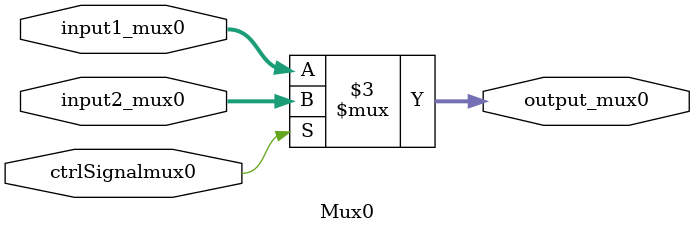
<source format=v>
module Mux0(
    input ctrlSignalmux0,
	input [7:0]input1_mux0, input2_mux0,
	output reg [7:0]output_mux0
);
// Conexiones


// Cuerpo del modulo
always@*
begin
	if(ctrlSignalmux0)
        begin
            output_mux0 = input2_mux0;
        end
    else
        begin
            output_mux0 = input1_mux0;
        end
end

endmodule

</source>
